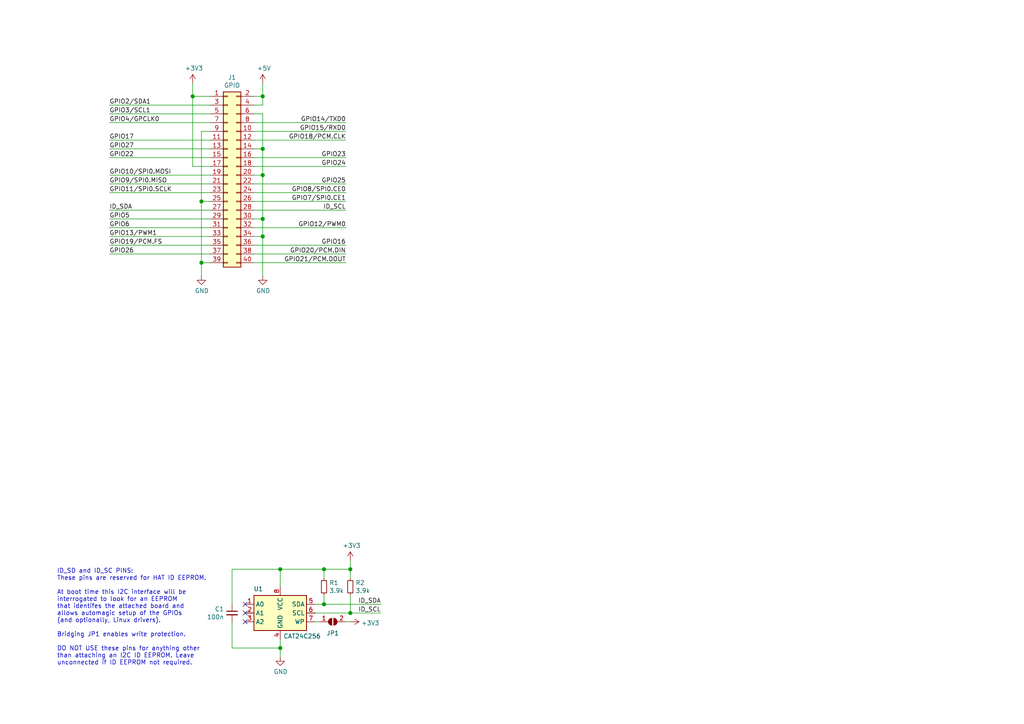
<source format=kicad_sch>
(kicad_sch (version 20231120) (generator "eeschema") (generator_version "8.0")
  (paper "A4")
  (title_block (title "Raspberry Pi example project") (date "2025-01-28") (rev "rev1.01") (company "Felolux") (comment 4 "Peter"))
  (lib_symbols
    (symbol "Connector_Generic:Conn_02x20_Odd_Even" (pin_names (offset 1.016) hide)
      (property "Reference" "J" (at 1.27 25.4 0))
      (property "Value" "Conn_02x20_Odd_Even" (at 1.27 -27.94 0))
      (symbol "Conn_02x20_Odd_Even_1_1"
        (rectangle (start -1.27 -25.273) (end 0 -25.527) (stroke (width 0.1524)))
        (rectangle (start -1.27 -22.733) (end 0 -22.987) (stroke (width 0.1524)))
        (rectangle (start -1.27 -20.193) (end 0 -20.447) (stroke (width 0.1524)))
        (rectangle (start -1.27 -17.653) (end 0 -17.907) (stroke (width 0.1524)))
        (rectangle (start -1.27 -15.113) (end 0 -15.367) (stroke (width 0.1524)))
        (rectangle (start -1.27 -12.573) (end 0 -12.827) (stroke (width 0.1524)))
        (rectangle (start -1.27 -10.033) (end 0 -10.287) (stroke (width 0.1524)))
        (rectangle (start -1.27 -7.493) (end 0 -7.747) (stroke (width 0.1524)))
        (rectangle (start -1.27 -4.953) (end 0 -5.207) (stroke (width 0.1524)))
        (rectangle (start -1.27 -2.413) (end 0 -2.667) (stroke (width 0.1524)))
        (rectangle (start -1.27 0.127) (end 0 -0.127) (stroke (width 0.1524)))
        (rectangle (start -1.27 2.667) (end 0 2.413) (stroke (width 0.1524)))
        (rectangle (start -1.27 5.207) (end 0 4.953) (stroke (width 0.1524)))
        (rectangle (start -1.27 7.747) (end 0 7.493) (stroke (width 0.1524)))
        (rectangle (start -1.27 10.287) (end 0 10.033) (stroke (width 0.1524)))
        (rectangle (start -1.27 12.827) (end 0 12.573) (stroke (width 0.1524)))
        (rectangle (start -1.27 15.367) (end 0 15.113) (stroke (width 0.1524)))
        (rectangle (start -1.27 17.907) (end 0 17.653) (stroke (width 0.1524)))
        (rectangle (start -1.27 20.447) (end 0 20.193) (stroke (width 0.1524)))
        (rectangle (start -1.27 22.987) (end 0 22.733) (stroke (width 0.1524)))
        (rectangle (start -1.27 24.13) (end 3.81 -26.67) (stroke (width 0.254)) (fill (type background)))
        (rectangle (start 3.81 -25.273) (end 2.54 -25.527) (stroke (width 0.1524)))
        (rectangle (start 3.81 -22.733) (end 2.54 -22.987) (stroke (width 0.1524)))
        (rectangle (start 3.81 -20.193) (end 2.54 -20.447) (stroke (width 0.1524)))
        (rectangle (start 3.81 -17.653) (end 2.54 -17.907) (stroke (width 0.1524)))
        (rectangle (start 3.81 -15.113) (end 2.54 -15.367) (stroke (width 0.1524)))
        (rectangle (start 3.81 -12.573) (end 2.54 -12.827) (stroke (width 0.1524)))
        (rectangle (start 3.81 -10.033) (end 2.54 -10.287) (stroke (width 0.1524)))
        (rectangle (start 3.81 -7.493) (end 2.54 -7.747) (stroke (width 0.1524)))
        (rectangle (start 3.81 -4.953) (end 2.54 -5.207) (stroke (width 0.1524)))
        (rectangle (start 3.81 -2.413) (end 2.54 -2.667) (stroke (width 0.1524)))
        (rectangle (start 3.81 0.127) (end 2.54 -0.127) (stroke (width 0.1524)))
        (rectangle (start 3.81 2.667) (end 2.54 2.413) (stroke (width 0.1524)))
        (rectangle (start 3.81 5.207) (end 2.54 4.953) (stroke (width 0.1524)))
        (rectangle (start 3.81 7.747) (end 2.54 7.493) (stroke (width 0.1524)))
        (rectangle (start 3.81 10.287) (end 2.54 10.033) (stroke (width 0.1524)))
        (rectangle (start 3.81 12.827) (end 2.54 12.573) (stroke (width 0.1524)))
        (rectangle (start 3.81 15.367) (end 2.54 15.113) (stroke (width 0.1524)))
        (rectangle (start 3.81 17.907) (end 2.54 17.653) (stroke (width 0.1524)))
        (rectangle (start 3.81 20.447) (end 2.54 20.193) (stroke (width 0.1524)))
        (rectangle (start 3.81 22.987) (end 2.54 22.733) (stroke (width 0.1524)))
        (pin passive line (at -5.08 22.86 0) (length 3.81) (name "Pin_1") (number "1"))
        (pin passive line (at 7.62 12.7 180) (length 3.81) (name "Pin_10") (number "10"))
        (pin passive line (at -5.08 10.16 0) (length 3.81) (name "Pin_11") (number "11"))
        (pin passive line (at 7.62 10.16 180) (length 3.81) (name "Pin_12") (number "12"))
        (pin passive line (at -5.08 7.62 0) (length 3.81) (name "Pin_13") (number "13"))
        (pin passive line (at 7.62 7.62 180) (length 3.81) (name "Pin_14") (number "14"))
        (pin passive line (at -5.08 5.08 0) (length 3.81) (name "Pin_15") (number "15"))
        (pin passive line (at 7.62 5.08 180) (length 3.81) (name "Pin_16") (number "16"))
        (pin passive line (at -5.08 2.54 0) (length 3.81) (name "Pin_17") (number "17"))
        (pin passive line (at 7.62 2.54 180) (length 3.81) (name "Pin_18") (number "18"))
        (pin passive line (at -5.08 0 0) (length 3.81) (name "Pin_19") (number "19"))
        (pin passive line (at 7.62 22.86 180) (length 3.81) (name "Pin_2") (number "2"))
        (pin passive line (at 7.62 0 180) (length 3.81) (name "Pin_20") (number "20"))
        (pin passive line (at -5.08 -2.54 0) (length 3.81) (name "Pin_21") (number "21"))
        (pin passive line (at 7.62 -2.54 180) (length 3.81) (name "Pin_22") (number "22"))
        (pin passive line (at -5.08 -5.08 0) (length 3.81) (name "Pin_23") (number "23"))
        (pin passive line (at 7.62 -5.08 180) (length 3.81) (name "Pin_24") (number "24"))
        (pin passive line (at -5.08 -7.62 0) (length 3.81) (name "Pin_25") (number "25"))
        (pin passive line (at 7.62 -7.62 180) (length 3.81) (name "Pin_26") (number "26"))
        (pin passive line (at -5.08 -10.16 0) (length 3.81) (name "Pin_27") (number "27"))
        (pin passive line (at 7.62 -10.16 180) (length 3.81) (name "Pin_28") (number "28"))
        (pin passive line (at -5.08 -12.7 0) (length 3.81) (name "Pin_29") (number "29"))
        (pin passive line (at -5.08 20.32 0) (length 3.81) (name "Pin_3") (number "3"))
        (pin passive line (at 7.62 -12.7 180) (length 3.81) (name "Pin_30") (number "30"))
        (pin passive line (at -5.08 -15.24 0) (length 3.81) (name "Pin_31") (number "31"))
        (pin passive line (at 7.62 -15.24 180) (length 3.81) (name "Pin_32") (number "32"))
        (pin passive line (at -5.08 -17.78 0) (length 3.81) (name "Pin_33") (number "33"))
        (pin passive line (at 7.62 -17.78 180) (length 3.81) (name "Pin_34") (number "34"))
        (pin passive line (at -5.08 -20.32 0) (length 3.81) (name "Pin_35") (number "35"))
        (pin passive line (at 7.62 -20.32 180) (length 3.81) (name "Pin_36") (number "36"))
        (pin passive line (at -5.08 -22.86 0) (length 3.81) (name "Pin_37") (number "37"))
        (pin passive line (at 7.62 -22.86 180) (length 3.81) (name "Pin_38") (number "38"))
        (pin passive line (at -5.08 -25.4 0) (length 3.81) (name "Pin_39") (number "39"))
        (pin passive line (at 7.62 20.32 180) (length 3.81) (name "Pin_4") (number "4"))
        (pin passive line (at 7.62 -25.4 180) (length 3.81) (name "Pin_40") (number "40"))
        (pin passive line (at -5.08 17.78 0) (length 3.81) (name "Pin_5") (number "5"))
        (pin passive line (at 7.62 17.78 180) (length 3.81) (name "Pin_6") (number "6"))
        (pin passive line (at -5.08 15.24 0) (length 3.81) (name "Pin_7") (number "7"))
        (pin passive line (at 7.62 15.24 180) (length 3.81) (name "Pin_8") (number "8"))
        (pin passive line (at -5.08 12.7 0) (length 3.81) (name "Pin_9") (number "9"))
      )
    )
    (symbol "Device:C_Small" (pin_numbers hide) (pin_names (offset 0.254) hide)
      (property "Reference" "C" (at 0.254 1.778 0))
      (property "Value" "C_Small" (at 0.254 -2.032 0))
      (symbol "C_Small_0_1"
        (polyline (pts (xy -1.524 -0.508) (xy 1.524 -0.508)) (stroke (width 0.3302)))
        (polyline (pts (xy -1.524 0.508) (xy 1.524 0.508)) (stroke (width 0.3048)))
      )
      (symbol "C_Small_1_1"
        (pin passive line (at 0 2.54 270) (length 2.032) (name "~") (number "1"))
        (pin passive line (at 0 -2.54 90) (length 2.032) (name "~") (number "2"))
      )
    )
    (symbol "Device:R_Small" (pin_numbers hide) (pin_names (offset 0.254) hide)
      (property "Reference" "R" (at 0.762 0.508 0))
      (property "Value" "R_Small" (at 0.762 -1.016 0))
      (symbol "R_Small_0_1"
        (rectangle (start -0.762 1.778) (end 0.762 -1.778) (stroke (width 0.2032)))
      )
      (symbol "R_Small_1_1"
        (pin passive line (at 0 2.54 270) (length 0.762) (name "~") (number "1"))
        (pin passive line (at 0 -2.54 90) (length 0.762) (name "~") (number "2"))
      )
    )
    (symbol "Jumper:SolderJumper_2_Open" (pin_names (offset 0) hide)
      (property "Reference" "JP" (at 0 2.032 0))
      (property "Value" "SolderJumper_2_Open" (at 0 -2.54 0))
      (symbol "SolderJumper_2_Open_0_1"
        (arc (start -0.254 1.016) (mid -1.2656 0) (end -0.254 -1.016))
        (arc (start -0.254 1.016) (mid -1.2656 0) (end -0.254 -1.016) (fill (type outline)))
        (polyline (pts (xy -0.254 1.016) (xy -0.254 -1.016)))
        (polyline (pts (xy 0.254 1.016) (xy 0.254 -1.016)))
        (arc (start 0.254 -1.016) (mid 1.2656 0) (end 0.254 1.016))
        (arc (start 0.254 -1.016) (mid 1.2656 0) (end 0.254 1.016) (fill (type outline)))
      )
      (symbol "SolderJumper_2_Open_1_1"
        (pin passive line (at -3.81 0 0) (length 2.54) (name "A") (number "1"))
        (pin passive line (at 3.81 0 180) (length 2.54) (name "B") (number "2"))
      )
    )
    (symbol "Memory_EEPROM:CAT24C256"
      (property "Reference" "U" (at -6.35 6.35 0))
      (property "Value" "CAT24C256" (at 1.27 6.35 0))
      (symbol "CAT24C256_1_1"
        (rectangle (start -7.62 5.08) (end 7.62 -5.08) (stroke (width 0.254)) (fill (type background)))
        (pin input line (at -10.16 2.54 0) (length 2.54) (name "A0") (number "1"))
        (pin input line (at -10.16 0 0) (length 2.54) (name "A1") (number "2"))
        (pin input line (at -10.16 -2.54 0) (length 2.54) (name "A2") (number "3"))
        (pin power_in line (at 0 -7.62 90) (length 2.54) (name "GND") (number "4"))
        (pin bidirectional line (at 10.16 2.54 180) (length 2.54) (name "SDA") (number "5"))
        (pin input line (at 10.16 0 180) (length 2.54) (name "SCL") (number "6"))
        (pin input line (at 10.16 -2.54 180) (length 2.54) (name "WP") (number "7"))
        (pin power_in line (at 0 7.62 270) (length 2.54) (name "VCC") (number "8"))
      )
    )
    (symbol "power:+3.3V" (power) (pin_names (offset 0))
      (property "Value" "+3.3V" (at 0 3.556 0))
      (symbol "+3.3V_0_1"
        (polyline (pts (xy -0.762 1.27) (xy 0 2.54)))
        (polyline (pts (xy 0 0) (xy 0 2.54)))
        (polyline (pts (xy 0 2.54) (xy 0.762 1.27)))
      )
      (symbol "+3.3V_1_1"
        (pin power_in line (at 0 0 90) (length 0) hide (name "+3V3") (number "1"))
      )
    )
    (symbol "power:+5V" (power) (pin_names (offset 0))
      (property "Value" "+5V" (at 0 3.556 0))
      (symbol "+5V_0_1"
        (polyline (pts (xy -0.762 1.27) (xy 0 2.54)))
        (polyline (pts (xy 0 0) (xy 0 2.54)))
        (polyline (pts (xy 0 2.54) (xy 0.762 1.27)))
      )
      (symbol "+5V_1_1"
        (pin power_in line (at 0 0 90) (length 0) hide (name "+5V") (number "1"))
      )
    )
    (symbol "power:GND" (power) (pin_names (offset 0))
      (property "Value" "GND" (at 0 -3.81 0))
      (symbol "GND_0_1"
        (polyline (pts (xy 0 0) (xy 0 -1.27) (xy 1.27 -1.27) (xy 0 -2.54) (xy -1.27 -1.27) (xy 0 -1.27)))
      )
      (symbol "GND_1_1"
        (pin power_in line (at 0 0 270) (length 0) hide (name "GND") (number "1"))
      )
    )
  )
  (junction (at 93.98 175.26) (diameter 1.016))
  (junction (at 76.2 27.94) (diameter 1.016))
  (junction (at 81.28 187.96) (diameter 1.016))
  (junction (at 76.2 43.18) (diameter 1.016))
  (junction (at 81.28 165.1) (diameter 1.016))
  (junction (at 101.6 165.1) (diameter 1.016))
  (junction (at 58.42 76.2) (diameter 1.016))
  (junction (at 58.42 58.42) (diameter 1.016))
  (junction (at 76.2 68.58) (diameter 1.016))
  (junction (at 76.2 63.5) (diameter 1.016))
  (junction (at 76.2 50.8) (diameter 1.016))
  (junction (at 101.6 177.8) (diameter 1.016))
  (junction (at 55.88 27.94) (diameter 1.016))
  (junction (at 93.98 165.1) (diameter 1.016))
  (no_connect (at 71.12 175.26))
  (no_connect (at 71.12 177.8))
  (no_connect (at 71.12 180.34))
  (wire (pts (xy 58.42 58.42) (xy 58.42 76.2)))
  (wire (pts (xy 73.66 58.42) (xy 100.33 58.42)))
  (wire (pts (xy 60.96 40.64) (xy 31.75 40.64)))
  (wire (pts (xy 81.28 165.1) (xy 93.98 165.1)))
  (wire (pts (xy 101.6 165.1) (xy 93.98 165.1)))
  (wire (pts (xy 101.6 167.64) (xy 101.6 165.1)))
  (wire (pts (xy 76.2 33.02) (xy 76.2 43.18)))
  (wire (pts (xy 76.2 50.8) (xy 73.66 50.8)))
  (wire (pts (xy 76.2 63.5) (xy 76.2 68.58)))
  (wire (pts (xy 76.2 50.8) (xy 76.2 63.5)))
  (wire (pts (xy 73.66 35.56) (xy 100.33 35.56)))
  (wire (pts (xy 58.42 38.1) (xy 58.42 58.42)))
  (wire (pts (xy 91.44 175.26) (xy 93.98 175.26)))
  (wire (pts (xy 93.98 175.26) (xy 110.49 175.26)))
  (wire (pts (xy 58.42 38.1) (xy 60.96 38.1)))
  (wire (pts (xy 91.44 180.34) (xy 92.71 180.34)))
  (wire (pts (xy 100.33 180.34) (xy 101.6 180.34)))
  (wire (pts (xy 73.66 55.88) (xy 100.33 55.88)))
  (wire (pts (xy 60.96 60.96) (xy 31.75 60.96)))
  (wire (pts (xy 31.75 63.5) (xy 60.96 63.5)))
  (wire (pts (xy 58.42 58.42) (xy 60.96 58.42)))
  (wire (pts (xy 101.6 162.56) (xy 101.6 165.1)))
  (wire (pts (xy 73.66 45.72) (xy 100.33 45.72)))
  (wire (pts (xy 81.28 165.1) (xy 81.28 170.18)))
  (wire (pts (xy 73.66 76.2) (xy 100.33 76.2)))
  (wire (pts (xy 58.42 76.2) (xy 58.42 80.01)))
  (wire (pts (xy 31.75 43.18) (xy 60.96 43.18)))
  (wire (pts (xy 101.6 172.72) (xy 101.6 177.8)))
  (wire (pts (xy 55.88 24.13) (xy 55.88 27.94)))
  (wire (pts (xy 76.2 68.58) (xy 73.66 68.58)))
  (wire (pts (xy 31.75 33.02) (xy 60.96 33.02)))
  (wire (pts (xy 31.75 55.88) (xy 60.96 55.88)))
  (wire (pts (xy 55.88 48.26) (xy 60.96 48.26)))
  (wire (pts (xy 60.96 30.48) (xy 31.75 30.48)))
  (wire (pts (xy 76.2 27.94) (xy 76.2 30.48)))
  (wire (pts (xy 76.2 43.18) (xy 76.2 50.8)))
  (wire (pts (xy 73.66 40.64) (xy 100.33 40.64)))
  (wire (pts (xy 76.2 43.18) (xy 73.66 43.18)))
  (wire (pts (xy 76.2 24.13) (xy 76.2 27.94)))
  (wire (pts (xy 31.75 35.56) (xy 60.96 35.56)))
  (wire (pts (xy 93.98 165.1) (xy 93.98 167.64)))
  (wire (pts (xy 76.2 27.94) (xy 73.66 27.94)))
  (wire (pts (xy 55.88 27.94) (xy 55.88 48.26)))
  (wire (pts (xy 73.66 48.26) (xy 100.33 48.26)))
  (wire (pts (xy 73.66 38.1) (xy 100.33 38.1)))
  (wire (pts (xy 93.98 172.72) (xy 93.98 175.26)))
  (wire (pts (xy 91.44 177.8) (xy 101.6 177.8)))
  (wire (pts (xy 101.6 177.8) (xy 110.49 177.8)))
  (wire (pts (xy 31.75 45.72) (xy 60.96 45.72)))
  (wire (pts (xy 31.75 53.34) (xy 60.96 53.34)))
  (wire (pts (xy 31.75 66.04) (xy 60.96 66.04)))
  (wire (pts (xy 76.2 30.48) (xy 73.66 30.48)))
  (wire (pts (xy 31.75 71.12) (xy 60.96 71.12)))
  (wire (pts (xy 73.66 71.12) (xy 100.33 71.12)))
  (wire (pts (xy 73.66 66.04) (xy 100.33 66.04)))
  (wire (pts (xy 58.42 76.2) (xy 60.96 76.2)))
  (wire (pts (xy 73.66 73.66) (xy 100.33 73.66)))
  (wire (pts (xy 76.2 33.02) (xy 73.66 33.02)))
  (wire (pts (xy 31.75 73.66) (xy 60.96 73.66)))
  (wire (pts (xy 67.31 165.1) (xy 67.31 175.26)))
  (wire (pts (xy 67.31 180.34) (xy 67.31 187.96)))
  (wire (pts (xy 67.31 187.96) (xy 81.28 187.96)))
  (wire (pts (xy 81.28 165.1) (xy 67.31 165.1)))
  (wire (pts (xy 81.28 185.42) (xy 81.28 187.96)))
  (wire (pts (xy 81.28 187.96) (xy 81.28 190.5)))
  (wire (pts (xy 76.2 68.58) (xy 76.2 80.01)))
  (wire (pts (xy 73.66 53.34) (xy 100.33 53.34)))
  (wire (pts (xy 60.96 68.58) (xy 31.75 68.58)))
  (wire (pts (xy 76.2 63.5) (xy 73.66 63.5)))
  (wire (pts (xy 55.88 27.94) (xy 60.96 27.94)))
  (wire (pts (xy 60.96 50.8) (xy 31.75 50.8)))
  (wire (pts (xy 73.66 60.96) (xy 100.33 60.96)))
  (text "ID_SD and ID_SC PINS:\nThese pins are reserved for HAT ID EEPROM.\n\nAt boot time this I2C interface will be\ninterrogated to look for an EEPROM\nthat identifes the attached board and\nallows automagic setup of the GPIOs\n(and optionally, Linux drivers).\n\nBridging JP1 enables write protection.\n\nDO NOT USE these pins for anything other\nthan attaching an I2C ID EEPROM. Leave\nunconnected if ID EEPROM not required." (at 16.51 193.04 0) (effects (font (size 1.27 1.27)) (justify left bottom)))
  (label "ID_SDA" (at 31.75 60.96 0))
  (label "GPIO6" (at 31.75 66.04 0))
  (label "ID_SDA" (at 110.49 175.26 180))
  (label "ID_SCL" (at 100.33 60.96 180))
  (label "GPIO5" (at 31.75 63.5 0))
  (label "GPIO21{slash}PCM.DOUT" (at 100.33 76.2 180))
  (label "GPIO19{slash}PCM.FS" (at 31.75 71.12 0))
  (label "GPIO10{slash}SPI0.MOSI" (at 31.75 50.8 0))
  (label "GPIO9{slash}SPI0.MISO" (at 31.75 53.34 0))
  (label "GPIO23" (at 100.33 45.72 180))
  (label "GPIO4{slash}GPCLK0" (at 31.75 35.56 0))
  (label "GPIO27" (at 31.75 43.18 0))
  (label "GPIO26" (at 31.75 73.66 0))
  (label "GPIO14{slash}TXD0" (at 100.33 35.56 180))
  (label "GPIO8{slash}SPI0.CE0" (at 100.33 55.88 180))
  (label "GPIO15{slash}RXD0" (at 100.33 38.1 180))
  (label "GPIO16" (at 100.33 71.12 180))
  (label "GPIO22" (at 31.75 45.72 0))
  (label "GPIO2{slash}SDA1" (at 31.75 30.48 0))
  (label "GPIO17" (at 31.75 40.64 0))
  (label "GPIO25" (at 100.33 53.34 180))
  (label "GPIO3{slash}SCL1" (at 31.75 33.02 0))
  (label "GPIO18{slash}PCM.CLK" (at 100.33 40.64 180))
  (label "GPIO12{slash}PWM0" (at 100.33 66.04 180))
  (label "GPIO13{slash}PWM1" (at 31.75 68.58 0))
  (label "GPIO20{slash}PCM.DIN" (at 100.33 73.66 180))
  (label "GPIO24" (at 100.33 48.26 180))
  (label "GPIO7{slash}SPI0.CE1" (at 100.33 58.42 180))
  (label "ID_SCL" (at 110.49 177.8 180))
  (label "GPIO11{slash}SPI0.SCLK" (at 31.75 55.88 0))
  (symbol (lib_id "power:+5V") (at 76.2 24.13 0) (unit 1)
    (property "Reference" "#PWR01" (effects (hide yes)))
    (property "Value" "+5V" (at 76.5683 19.8056 0))
  )
  (symbol (lib_id "power:+3.3V") (at 55.88 24.13 0) (unit 1)
    (property "Reference" "#PWR04" (effects (hide yes)))
    (property "Value" "+3V3" (at 56.2483 19.8056 0))
  )
  (symbol (lib_id "power:GND") (at 76.2 80.01 0) (unit 1)
    (property "Reference" "#PWR02" (effects (hide yes)))
    (property "Value" "GND" (at 76.3143 84.3344 0))
  )
  (symbol (lib_id "power:GND") (at 58.42 80.01 0) (unit 1)
    (property "Reference" "#PWR03" (effects (hide yes)))
    (property "Value" "GND" (at 58.5343 84.3344 0))
  )
  (symbol (lib_id "Connector_Generic:Conn_02x20_Odd_Even") (at 66.04 50.8 0) (unit 1)
    (property "Reference" "J1" (at 67.31 22.4598 0))
    (property "Value" "GPIO" (at 67.31 24.765 0))
    (property "Footprint" "Connector_PinSocket_2.54mm:PinSocket_2x20_P2.54mm_Vertical" (effects (hide yes)))
  )
  (symbol (lib_id "Device:C_Small") (at 67.31 177.8 0) (unit 1)
    (property "Reference" "C1" (at 64.9858 176.6506 0) (effects (justify right)))
    (property "Value" "100n" (at 64.9858 178.9493 0) (effects (justify right)))
  )
  (symbol (lib_id "Device:R_Small") (at 93.98 170.18 0) (unit 1)
    (property "Reference" "R1" (at 95.4786 169.037 0) (effects (justify left)))
    (property "Value" "3.9k" (at 95.4787 171.3293 0) (effects (justify left)))
  )
  (symbol (lib_id "Jumper:SolderJumper_2_Open") (at 96.52 180.34 0) (unit 1)
    (property "Reference" "JP1" (at 96.52 183.623 0))
    (property "Value" "ID_WP" (effects (hide yes)))
  )
  (symbol (lib_id "Device:R_Small") (at 101.6 170.18 0) (unit 1)
    (property "Reference" "R2" (at 103.0986 169.037 0) (effects (justify left)))
    (property "Value" "3.9k" (at 103.0987 171.3293 0) (effects (justify left)))
  )
  (symbol (lib_id "power:+3.3V") (at 101.6 162.56 0) (unit 1)
    (property "Reference" "#PWR0101" (effects (hide yes)))
    (property "Value" "+3V3" (at 101.9683 158.2356 0))
  )
  (symbol (lib_id "Memory_EEPROM:CAT24C256") (at 81.28 177.8 0) (unit 1)
    (property "Reference" "U1" (at 74.93 170.7958 0))
    (property "Value" "CAT24C256" (at 87.63 184.5245 0))
    (property "Datasheet" "https://www.onsemi.cn/PowerSolutions/document/CAT24C256-D.PDF" (effects (hide yes)))
  )
  (symbol (lib_id "power:GND") (at 81.28 190.5 0) (unit 1)
    (property "Reference" "#PWR0102" (effects (hide yes)))
    (property "Value" "GND" (at 81.3943 194.8244 0))
  )
  (symbol (lib_id "power:+3.3V") (at 101.6 180.34 270) (unit 1)
    (property "Reference" "#PWR0103" (effects (hide yes)))
    (property "Value" "+3V3" (at 104.7751 180.7083 90) (effects (justify left)))
  )
)
</source>
